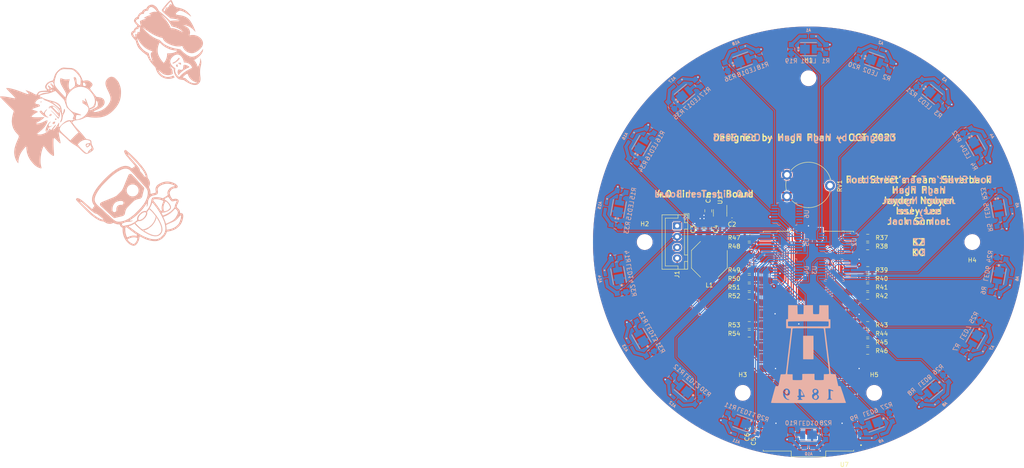
<source format=kicad_pcb>
(kicad_pcb (version 20221018) (generator pcbnew)
  (layers (0 "F.Cu" signal) (31 "B.Cu" signal) (34 "B.Paste" user) (35 "F.Paste" user) (36 "B.SilkS" user "B.Silkscreen") (37 "F.SilkS" user "F.Silkscreen") (38 "B.Mask" user) (39 "F.Mask" user) (44 "Edge.Cuts" user))
  (net 0 "")
  (net 1 "+3V3")
  (net 2 "Net-(U2A-+)")
  (net 3 "Net-(U2B-+)")
  (net 4 "Net-(U2C-+)")
  (net 5 "Net-(U2D-+)")
  (net 6 "+5V")
  (net 7 "GND")
  (net 8 "Net-(U1-BST)")
  (net 9 "Net-(U1-SW)")
  (net 10 "/SDA")
  (net 11 "/SEN2")
  (net 12 "Net-(LED1-Pad2)")
  (net 13 "Net-(LED2-Pad2)")
  (net 14 "Net-(LED3-Pad2)")
  (net 15 "Net-(LED4-Pad2)")
  (net 16 "/SEN1")
  (net 17 "/SEN3")
  (net 18 "/SEN4")
  (net 19 "/VREF")
  (net 20 "/SCL")
  (net 21 "Net-(U4A-+)")
  (net 22 "Net-(U4B-+)")
  (net 23 "Net-(U4C-+)")
  (net 24 "Net-(U4D-+)")
  (net 25 "Net-(U5A-+)")
  (net 26 "Net-(U5B-+)")
  (net 27 "Net-(U5C-+)")
  (net 28 "Net-(U5D-+)")
  (net 29 "Net-(U6A-+)")
  (net 30 "Net-(U6B-+)")
  (net 31 "Net-(LED5-Pad2)")
  (net 32 "Net-(LED6-Pad2)")
  (net 33 "Net-(LED7-Pad2)")
  (net 34 "Net-(LED8-Pad2)")
  (net 35 "Net-(LED9-Pad2)")
  (net 36 "Net-(LED10-Pad2)")
  (net 37 "Net-(LED11-Pad2)")
  (net 38 "Net-(LED12-Pad2)")
  (net 39 "Net-(LED13-Pad2)")
  (net 40 "Net-(LED14-Pad2)")
  (net 41 "Net-(LED15-Pad2)")
  (net 42 "Net-(LED16-Pad2)")
  (net 43 "Net-(LED17-Pad2)")
  (net 44 "Net-(LED18-Pad2)")
  (net 45 "/SEN5")
  (net 46 "/SEN6")
  (net 47 "/SEN7")
  (net 48 "/SEN8")
  (net 49 "/SEN9")
  (net 50 "/SEN10")
  (net 51 "/SEN11")
  (net 52 "/SEN12")
  (net 53 "/SEN13")
  (net 54 "/SEN14")
  (net 55 "/SEN15")
  (net 56 "/SEN16")
  (net 57 "/SEN17")
  (net 58 "/SEN18")
  (net 59 "Net-(U3A-+)")
  (net 60 "Net-(U3B-+)")
  (net 61 "Net-(U3C-+)")
  (net 62 "Net-(U3D-+)")
  (footprint "SC0915:MODULE_SC0915" (layer "F.Cu") (at 150 173 180)
    (fp_text reference "U7")
    (fp_text value "SC0915")
  )
  (footprint "digikey-footprints:0805" (layer "F.Cu") (at 137.25 193.25 -90)
    (fp_text reference "C5")
    (fp_text value "10uF")
  )
  (footprint "digikey-footprints:0805" (layer "F.Cu") (at 136.25 149 180)
    (fp_text reference "R47")
    (fp_text value "10k")
  )
  (footprint "digikey-footprints:0805" (layer "F.Cu") (at 163.75 156.5)
    (fp_text reference "R39")
    (fp_text value "10k")
  )
  (footprint "digikey-footprints:0805" (layer "F.Cu") (at 163.75 162.5)
    (fp_text reference "R42")
    (fp_text value "10k")
  )
  (footprint "Capacitor_SMD:C_0402_1005Metric" (layer "F.Cu") (at 135.75 193.27 -90)
    (fp_text reference "C6")
    (fp_text value "0.1uF")
  )
  (footprint "MountingHole:MountingHole_3.2mm_M3" (layer "F.Cu") (at 165.25 185)
    (fp_text reference "H5")
    (fp_text value "MountingHole")
  )
  (footprint "MountingHole:MountingHole_3.2mm_M3" (layer "F.Cu") (at 150 112)
    (fp_text reference "H1")
    (fp_text value "MountingHole")
  )
  (footprint "Capacitor_SMD:C_0402_1005Metric" (layer "F.Cu") (at 132.25 144.75 180)
    (fp_text reference "C2")
    (fp_text value "0.1uF")
  )
  (footprint "digikey-footprints:0805" (layer "F.Cu") (at 136.25 151 180)
    (fp_text reference "R48")
    (fp_text value "10k")
  )
  (footprint "digikey-footprints:0805" (layer "F.Cu") (at 163.75 149)
    (fp_text reference "R37")
    (fp_text value "10k")
  )
  (footprint "digikey-footprints:0805" (layer "F.Cu") (at 163.75 171.25)
    (fp_text reference "R44")
    (fp_text value "10k")
  )
  (footprint "digikey-footprints:0805" (layer "F.Cu") (at 136.25 156.5 180)
    (fp_text reference "R49")
    (fp_text value "10k")
  )
  (footprint "digikey-footprints:0805" (layer "F.Cu") (at 124.75 146.75 -90)
    (fp_text reference "C3")
    (fp_text value "22uF")
  )
  (footprint "Inductor_SMD:L_Bourns-SRU8043" (layer "F.Cu") (at 127 154 -90)
    (fp_text reference "L1")
    (fp_text value "3.9uH")
  )
  (footprint "digikey-footprints:0805" (layer "F.Cu") (at 126.75 146.75 -90)
    (fp_text reference "C4")
    (fp_text value "22uF")
  )
  (footprint "digikey-footprints:0805" (layer "F.Cu") (at 163.75 151)
    (fp_text reference "R38")
    (fp_text value "10k")
  )
  (footprint "digikey-footprints:0805" (layer "F.Cu") (at 136.25 162.5 180)
    (fp_text reference "R52")
    (fp_text value "10k")
  )
  (footprint "MountingHole:MountingHole_3.2mm_M3" (layer "F.Cu") (at 188 150 180)
    (fp_text reference "H4")
    (fp_text value "MountingHole")
  )
  (footprint "digikey-footprints:0805" (layer "F.Cu") (at 163.75 158.5)
    (fp_text reference "R40")
    (fp_text value "10k")
  )
  (footprint "digikey-footprints:0805" (layer "F.Cu") (at 136.25 169.25 180)
    (fp_text reference "R53")
    (fp_text value "10k")
  )
  (footprint "MountingHole:MountingHole_3.2mm_M3" (layer "F.Cu") (at 112 150)
    (fp_text reference "H2")
    (fp_text value "MountingHole")
  )
  (footprint "digikey-footprints:0805" (layer "F.Cu") (at 163.75 173.25)
    (fp_text reference "R45")
    (fp_text value "10k")
  )
  (footprint "digikey-footprints:0805" (layer "F.Cu") (at 163.75 175.25)
    (fp_text reference "R46")
    (fp_text value "10k")
  )
  (footprint "digikey-footprints:0805" (layer "F.Cu") (at 163.75 160.5)
    (fp_text reference "R41")
    (fp_text value "10k")
  )
  (footprint "digikey-footprints:0805" (layer "F.Cu") (at 163.75 169.25)
    (fp_text reference "R43")
    (fp_text value "10k")
  )
  (footprint "digikey-footprints:0805" (layer "F.Cu") (at 136.25 158.5 180)
    (fp_text reference "R50")
    (fp_text value "10k")
  )
  (footprint "digikey-footprints:0805" (layer "F.Cu") (at 126.75 142.75 90)
    (fp_text reference "C1")
    (fp_text value "10uF")
  )
  (footprint "Package_TO_SOT_SMD:TSOT-23-6" (layer "F.Cu") (at 129.5 143.25 -90)
    (fp_text reference "U1")
    (fp_text value "AP63203WU")
  )
  (footprint "MountingHole:MountingHole_3.2mm_M3" (layer "F.Cu") (at 134.75 185)
    (fp_text reference "H3")
    (fp_text value "MountingHole")
  )
  (footprint "digikey-footprints:0805" (layer "F.Cu") (at 136.25 171.25 180)
    (fp_text reference "R54")
    (fp_text value "10k")
  )
  (footprint "Potentiometer_THT:Potentiometer_Piher_PT-10-V10_Vertical" (layer "F.Cu") (at 145 139.4)
    (fp_text reference "RV1")
    (fp_text value "5k Pot")
  )
  (footprint "digikey-footprints:0805" (layer "F.Cu") (at 136.25 160.5 180)
    (fp_text reference "R51")
    (fp_text value "10k")
  )
  (footprint "Connector_JST:JST_XH_B4B-XH-A_1x04_P2.50mm_Vertical" (layer "F.Cu") (at 119.525 146.25 -90)
    (fp_text reference "J1")
    (fp_text value "Line")
  )
  (footprint "digikey-footprints:TSSOP-14_W4.4mm" (layer "B.Cu") (at 145 143.5 90)
    (fp_text reference "U6")
    (fp_text value "LM339")
  )
  (footprint "digikey-footprints:0805" (layer "B.Cu") (at 109.245363 131.089102 150)
    (fp_text reference "R34")
    (fp_text value "330R")
  )
  (footprint "digikey-footprints:0805" (layer "B.Cu") (at 130.935828 190.683164 70)
    (fp_text reference "R11")
    (fp_text value "12R")
  )
  (footprint "ALS-PT19-315C_L177_TR8:XDCR_ALS-PT19-315C_L177_TR8" (layer "B.Cu") (at 133.668538 194.870323 -20)
    (fp_text reference "A11")
    (fp_text value "ALS-PT19")
  )
  (footprint "digikey-footprints:0805" (layer "B.Cu") (at 161.546631 193.419325 110)
    (fp_text reference "R9")
    (fp_text value "12R")
  )
  (footprint "digikey-footprints:0805" (layer "B.Cu") (at 186.754637 124.160898 30)
    (fp_text reference "R22")
    (fp_text value "330R")
  )
  (footprint "ALS-PT19-315C_L177_TR8:XDCR_ALS-PT19-315C_L177_TR8" (layer "B.Cu") (at 133.668538 105.129677 -160)
    (fp_text reference "A18")
    (fp_text value "ALS-PT19")
  )
  (footprint "JB2835AWT-W-U30GA0000-N0000001:LED_J2835_CRW" (layer "B.Cu") (at 111.245363 172.375 120)
    (fp_text reference "LED13")
    (fp_text value "JB2835AWT-W-U30GA0000-N0000001")
  )
  (footprint "digikey-footprints:0805" (layer "B.Cu") (at 109.245363 168.910898 30)
    (fp_text reference "R13")
    (fp_text value "12R")
  )
  (footprint "digikey-footprints:0805" (layer "B.Cu") (at 181.828923 118.290662 -130)
    (fp_text reference "R3")
    (fp_text value "12R")
  )
  (footprint "digikey-footprints:0805" (layer "B.Cu") (at 190.754637 168.910898 -30)
    (fp_text reference "R25")
    (fp_text value "330R")
  )
  (footprint "JB2835AWT-W-U30GA0000-N0000001:LED_J2835_CRW" (layer "B.Cu") (at 121.235254 115.719511 40)
    (fp_text reference "LED17")
    (fp_text value "JB2835AWT-W-U30GA0000-N0000001")
  )
  (footprint "ALS-PT19-315C_L177_TR8:XDCR_ALS-PT19-315C_L177_TR8" (layer "B.Cu") (at 180.693108 186.578622 40)
    (fp_text reference "A8")
    (fp_text value "ALS-PT19")
  )
  (footprint "digikey-footprints:0805" (layer "B.Cu") (at 124.299432 186.851639 -130)
    (fp_text reference "R30")
    (fp_text value "330R")
  )
  (footprint "digikey-footprints:0805" (layer "B.Cu") (at 175.700568 113.148361 50)
    (fp_text reference "R21")
    (fp_text value "330R")
  )
  (footprint "JB2835AWT-W-U30GA0000-N0000001:LED_J2835_CRW" (layer "B.Cu") (at 134.694599 107.948755 20)
    (fp_text reference "LED18")
    (fp_text value "JB2835AWT-W-U30GA0000-N0000001")
  )
  (footprint "JB2835AWT-W-U30GA0000-N0000001:LED_J2835_CRW" (layer "B.Cu") (at 105.929853 142.229244 80)
    (fp_text reference "LED15")
    (fp_text value "JB2835AWT-W-U30GA0000-N0000001")
  )
  (footprint "ALS-PT19-315C_L177_TR8:XDCR_ALS-PT19-315C_L177_TR8" (layer "B.Cu") (at 197.02457 141.7083 100)
    (fp_text reference "A5")
    (fp_text value "ALS-PT19")
  )
  (footprint "digikey-footprints:0805" (layer "B.Cu") (at 146 105.25 90)
    (fp_text reference "R19")
    (fp_text value "330R")
  )
  (footprint "digikey-footprints:0805" (layer "B.Cu") (at 113.245363 124.160898 -30)
    (fp_text reference "R16")
    (fp_text value "12R")
  )
  (footprint "JB2835AWT-W-U30GA0000-N0000001:LED_J2835_CRW" (layer "B.Cu") (at 188.754637 127.625 -60)
    (fp_text reference "LED4")
    (fp_text value "JB2835AWT-W-U30GA0000-N0000001")
  )
  (footprint "digikey-footprints:0805" (layer "B.Cu") (at 194.76474 146.168475 -170)
    (fp_text reference "R5")
    (fp_text value "12R")
  )
  (footprint "ALS-PT19-315C_L177_TR8:XDCR_ALS-PT19-315C_L177_TR8" (layer "B.Cu") (at 150 102.25 180)
    (fp_text reference "A1")
    (fp_text value "ALS-PT19")
  )
  (footprint "JB2835AWT-W-U30GA0000-N0000001:LED_J2835_CRW" (layer "B.Cu") (at 121.235254 184.280489 140)
    (fp_text reference "LED12")
    (fp_text value "JB2835AWT-W-U30GA0000-N0000001")
  )
  (footprint "digikey-footprints:0805" (layer "B.Cu") (at 169.064172 190.683164 -70)
    (fp_text reference "R27")
    (fp_text value "330R")
  )
  (footprint "digikey-footprints:0805" (layer "B.Cu") (at 118.171077 181.709338 50)
    (fp_text reference "R12")
    (fp_text value "12R")
  )
  (footprint "LOGO" (layer "B.Cu") (at -6.028952 140.991823 -135)
    (fp_text reference "G***" hide)
    (fp_text value "LOGO" hide)
  )
  (footprint "digikey-footprints:0805" (layer "B.Cu") (at 138.453369 193.419325 -110)
    (fp_text reference "R29")
    (fp_text value "330R")
  )
  (footprint "ALS-PT19-315C_L177_TR8:XDCR_ALS-PT19-315C_L177_TR8" (layer "B.Cu") (at 119.306892 113.421378 -140)
    (fp_text reference "A17")
    (fp_text value "ALS-PT19")
  )
  (footprint "JB2835AWT-W-U30GA0000-N0000001:LED_J2835_CRW" (layer "B.Cu") (at 134.694599 192.051245 160)
    (fp_text reference "LED11")
    (fp_text value "JB2835AWT-W-U30GA0000-N0000001")
  )
  (footprint "digikey-footprints:0805" (layer "B.Cu") (at 194.76474 153.831525 -10)
    (fp_text reference "R24")
    (fp_text value "330R")
  )
  (footprint "digikey-footprints:0805" (layer "B.Cu") (at 124.299432 113.148361 -50)
    (fp_text reference "R17")
    (fp_text value "12R")
  )
  (footprint "ALS-PT19-315C_L177_TR8:XDCR_ALS-PT19-315C_L177_TR8" (layer "B.Cu") (at 191.352713 126.125 120)
    (fp_text reference "A4")
    (fp_text value "ALS-PT19")
  )
  (footprint "JB2835AWT-W-U30GA0000-N0000001:LED_J2835_CRW" (layer "B.Cu") (at 188.754637 172.375 -120)
    (fp_text reference "LED7")
    (fp_text value "JB2835AWT-W-U30GA0000-N0000001")
  )
  (footprint "digikey-footprints:0805" (layer "B.Cu") (at 161.546631 106.580675 70)
    (fp_text reference "R20")
    (fp_text value "330R")
  )
  (footprint "ALS-PT19-315C_L177_TR8:XDCR_ALS-PT19-315C_L177_TR8" (layer "B.Cu") (at 119.306892 186.578622 -40)
    (fp_text reference "A12")
    (fp_text value "ALS-PT19")
  )
  (footprint "digikey-footprints:0805" (layer "B.Cu") (at 181.828923 181.709338 -50)
    (fp_text reference "R26")
    (fp_text value "330R")
  )
  (footprint "JB2835AWT-W-U30GA0000-N0000001:LED_J2835_CRW" (layer "B.Cu") (at 194.070147 142.229244 -80)
    (fp_text reference "LED5")
    (fp_text value "JB2835AWT-W-U30GA0000-N0000001")
  )
  (footprint "digikey-footprints:0805" (layer "B.Cu") (at 105.23526 153.831525 10)
    (fp_text reference "R14")
    (fp_text value "12R")
  )
  (footprint "JB2835AWT-W-U30GA0000-N0000001:LED_J2835_CRW" (layer "B.Cu") (at 178.764746 115.719511 -40)
    (fp_text reference "LED3")
    (fp_text value "JB2835AWT-W-U30GA0000-N0000001")
  )
  (footprint "ALS-PT19-315C_L177_TR8:XDCR_ALS-PT19-315C_L177_TR8" (layer "B.Cu") (at 166.331462 194.870323 20)
    (fp_text reference "A9")
    (fp_text value "ALS-PT19")
  )
  (footprint "digikey-footprints:0805" (layer "B.Cu") (at 106.624446 161.709987 -170)
    (fp_text reference "R32")
    (fp_text value "330R")
  )
  (footprint "JB2835AWT-W-U30GA0000-N0000001:LED_J2835_CRW" (layer "B.Cu") (at 105.929853 157.770756 100)
    (fp_text reference "LED14")
    (fp_text value "JB2835AWT-W-U30GA0000-N0000001")
  )
  (footprint "digikey-footprints:0805" (layer "B.Cu") (at 190.754637 131.089102 -150)
    (fp_text reference "R4")
    (fp_text value "12R")
  )
  (footprint "LOGO" (layer "B.Cu") (at -24.5 120 -45)
    (fp_text reference "G***" hide)
    (fp_text value "LOGO" hide)
  )
  (footprint "digikey-footprints:0805" (layer "B.Cu") (at 146 194.75 90)
    (fp_text reference "R10")
    (fp_text value "12R")
  )
  (footprint "digikey-footprints:0805" (layer "B.Cu") (at 193.375554 138.290013 10)
    (fp_text reference "R23")
    (fp_text value "330R")
  )
  (footprint "digikey-footprints:0805" (layer "B.Cu") (at 169.064172 109.316836 -110)
    (fp_text reference "R2")
    (fp_text value "12R")
  )
  (footprint "LOGO" (layer "B.Cu") (at 149.692102 175.651022 180)
    (fp_text reference "G***" hide)
    (fp_text value "LOGO" hide)
  )
  (footprint "digikey-footprints:0805" (layer "B.Cu") (at 113.245363 175.839102 -150)
    (fp_text reference "R31")
    (fp_text value "330R")
  )
  (footprint "ALS-PT19-315C_L177_TR8:XDCR_ALS-PT19-315C_L177_TR8" (layer "B.Cu") (at 150 197.75)
    (fp_text reference "A10")
    (fp_text value "ALS-PT19")
  )
  (footprint "ALS-PT19-315C_L177_TR8:XDCR_ALS-PT19-315C_L177_TR8" (layer "B.Cu") (at 102.97543 141.7083 -100)
    (fp_text reference "A15")
    (fp_text value "ALS-PT19")
  )
  (footprint "JB2835AWT-W-U30GA0000-N0000001:LED_J2835_CRW" (layer "B.Cu") (at 165.305401 107.948755 -20)
    (fp_text reference "LED2")
    (fp_text value "JB2835AWT-W-U30GA0000-N0000001")
  )
  (footprint "JB2835AWT-W-U30GA0000-N0000001:LED_J2835_CRW" (layer "B.Cu") (at 111.245363 127.625 60)
    (fp_text reference "LED16")
    (fp_text value "JB2835AWT-W-U30GA0000-N0000001")
  )
  (footprint "digikey-footprints:0805" (layer "B.Cu") (at 186.754637 175.839102 150)
    (fp_text reference "R7")
    (fp_text value "12R")
  )
  (footprint "ALS-PT19-315C_L177_TR8:XDCR_ALS-PT19-315C_L177_TR8" (layer "B.Cu") (at 102.97543 158.2917 -80)
    (fp_text reference "A14")
    (fp_text value "ALS-PT19")
  )
  (footprint "LOGO" (layer "B.Cu") (at 2.75 104 45)
    (fp_text reference "G***" hide)
    (fp_text value "LOGO" hide)
  )
  (footprint "JB2835AWT-W-U30GA0000-N0000001:LED_J2835_CRW" (layer "B.Cu") (at 165.305401 192.051245 -160)
    (fp_text reference "LED9")
    (fp_text value "JB2835AWT-W-U30GA0000-N0000001")
  )
  (footprint "digikey-footprints:0805" (layer "B.Cu") (at 118.171077 118.290662 130)
    (fp_text reference "R35")
    (fp_text value "330R")
  )
  (footprint "digikey-footprints:0805" (layer "B.Cu") (at 130.935828 109.316836 110)
    (fp_text reference "R36")
    (fp_text value "330R")
  )
  (footprint "ALS-PT19-315C_L177_TR8:XDCR_ALS-PT19-315C_L177_TR8" (layer "B.Cu") (at 108.647287 126.125 -120)
    (fp_text reference "A16")
    (fp_text value "ALS-PT19")
  )
  (footprint "ALS-PT19-315C_L177_TR8:XDCR_ALS-PT19-315C_L177_TR8" (layer "B.Cu") (at 197.02457 158.2917 80)
    (fp_text reference "A6")
    (fp_text value "ALS-PT19")
  )
  (footprint "ALS-PT19-315C_L177_TR8:XDCR_ALS-PT19-315C_L177_TR8" (layer "B.Cu") (at 191.352713 173.875 60)
    (fp_text reference "A7")
    (fp_text value "ALS-PT19")
  )
  (footprint "digikey-footprints:0805" (layer "B.Cu") (at 154 105.25 -90)
    (fp_text reference "R1")
    (fp_text value "12R")
  )
  (footprint "digikey-footprints:TSSOP-14_W4.4mm" (layer "B.Cu") (at 145 156.5 90)
    (fp_text reference "U4")
    (fp_text value "LM339")
  )
  (footprint "digikey-footprints:0805" (layer "B.Cu") (at 138.453369 106.580675 -70)
    (fp_text reference "R18")
    (fp_text value "12R")
  )
  (footprint "ALS-PT19-315C_L177_TR8:XDCR_ALS-PT19-315C_L177_TR8" (layer "B.Cu") (at 180.693108 113.421378 140)
    (fp_text reference "A3")
    (fp_text value "ALS-PT19")
  )
  (footprint "digikey-footprints:0805" (layer "B.Cu") (at 154 194.75 -90)
    (fp_text reference "R28")
    (fp_text value "330R")
  )
  (footprint "digikey-footprints:0805" (layer "B.Cu") (at 175.700568 186.851639 130)
    (fp_text reference "R8")
    (fp_text value "12R")
  )
  (footprint "JB2835AWT-W-U30GA0000-N0000001:LED_J2835_CRW" (layer "B.Cu") (at 150 194.75 180)
    (fp_text reference "LED10")
    (fp_text value "JB2835AWT-W-U30GA0000-N0000001")
  )
  (footprint "ALS-PT19-315C_L177_TR8:XDCR_ALS-PT19-315C_L177_TR8" (layer "B.Cu") (at 166.331462 105.129677 160)
    (fp_text reference "A2")
    (fp_text value "ALS-PT19")
  )
  (footprint "digikey-footprints:TSSOP-14_W4.4mm" (layer "B.Cu") (at 156 150 90)
    (fp_text reference "U2")
    (fp_text value "LM339")
  )
  (footprint "digikey-footprints:0805" (layer "B.Cu") (at 105.23526 146.168475 170)
    (fp_text reference "R33")
    (fp_text value "330R")
  )
  (footprint "digikey-footprints:0805" (layer "B.Cu") (at 193.375554 161.709987 170)
    (fp_text reference "R6")
    (fp_text value "12R")
  )
  (footprint "JB2835AWT-W-U30GA0000-N0000001:LED_J2835_CRW" (layer "B.Cu") (at 194.070147 157.770756 -100)
    (fp_text reference "LED6")
    (fp_text value "JB2835AWT-W-U30GA0000-N0000001")
  )
  (footprint "digikey-footprints:TSSOP-14_W4.4mm" (layer "B.Cu") (at 156 156.5 -90)
    (fp_text reference "U3")
    (fp_text value "LM339")
  )
  (footprint "ALS-PT19-315C_L177_TR8:XDCR_ALS-PT19-315C_L177_TR8" (layer "B.Cu") (at 108.647287 173.875 -60)
    (fp_text reference "A13")
    (fp_text value "ALS-PT19")
  )
  (footprint "JB2835AWT-W-U30GA0000-N0000001:LED_J2835_CRW" (layer "B.Cu") (at 178.764746 184.280489 -140)
    (fp_text reference "LED8")
    (fp_text value "JB2835AWT-W-U30GA0000-N0000001")
  )
  (footprint "digikey-footprints:0805" (layer "B.Cu") (at 106.624446 138.290013 -10)
    (fp_text reference "R15")
    (fp_text value "12R")
  )
  (footprint "JB2835AWT-W-U30GA0000-N0000001:LED_J2835_CRW" (layer "B.Cu") (at 150 105.25)
    (fp_text reference "LED1")
    (fp_text value "JB2835AWT-W-U30GA0000-N0000001")
  )
  (footprint "digikey-footprints:TSSOP-14_W4.4mm" (layer "B.Cu") (at 145 150 90)
    (fp_text reference "U5")
    (fp_text value "LM339")
  )
  (gr_circle locked (center 150 150) (end 200 150) (stroke (width 0.01)) (fill none) (layer "Edge.Cuts"))
  (gr_text "Fort Street's Team Silverback\nHugh Phan\nJayden Nguyen\nIssey Lee\nJack Sumner\n\nKZ\nKC" (at 175.75 144) (layer "B.SilkS") (effects (font (size 1.5 1.5) (thickness 0.3) bold) (justify mirror)))
  (gr_text "4.0 Line Test Board" (at 137 139.75) (layer "B.SilkS") (effects (font (size 1.5 1.5) (thickness 0.3) bold) (justify left bottom mirror)))
  (gr_text "Designed by Hugh Phan - OCT 2023" (at 170.442102 126.651022) (layer "B.SilkS") (effects (font (size 1.5 1.5) (thickness 0.3) bold) (justify left bottom mirror)))
  (gr_text "Designed by Hugh Phan - OCT 2023" (at 127.692102 126.651022) (layer "F.SilkS") (effects (font (size 1.5 1.5) (thickness 0.3) bold) (justify left bottom)))
  (gr_text "Fort Street's Team Silverback\nHugh Phan\nJayden Nguyen\nIssey Lee\nJack Sumner\n\nKZ\nKC" (at 175.5 144) (layer "F.SilkS") (effects (font (size 1.5 1.5) (thickness 0.3) bold)))
  (gr_text "4.0 Line Test Board" (at 114.5 139.75) (layer "F.SilkS") (effects (font (size 1.5 1.5) (thickness 0.3) bold) (justify left bottom)))
  (segment (start 126.75 147.8) (end 124.75 147.8) (width 0.75) (layer "F.Cu") (net 1))
  (via (at 195.963754 146.921712) (size 0.6) (drill 0.3) (layers "F.Cu" "B.Cu") (net 1))
  (via (at 136.75 152.25) (size 0.6) (drill 0.3) (layers "F.Cu" "B.Cu") (net 1))
  (via (at 107.861037 168.613174) (size 0.6) (drill 0.3) (layers "F.Cu" "B.Cu") (net 1))
  (via (at 161.75 155.25) (size 0.6) (drill 0.3) (layers "F.Cu" "B.Cu") (net 1))
  (via (at 175.647753 188.266634) (size 0.6) (drill 0.3) (layers "F.Cu" "B.Cu") (net 1))
  (via (at 192.138963 131.386826) (size 0.6) (drill 0.3) (layers "F.Cu" "B.Cu") (net 1))
  (via (at 124.352247 111.733366) (size 0.6) (drill 0.3) (layers "F.Cu" "B.Cu") (net 1))
  (via (at 183.231593 118.096963) (size 0.6) (drill 0.3) (layers "F.Cu" "B.Cu") (net 1))
  (via (at 145.05 195.8) (size 0.6) (drill 0.3) (layers "F.Cu" "B.Cu") (net 1))
  (via (at 142 160.25) (size 0.6) (drill 0.3) (layers "F.Cu" "B.Cu") (net 1))
  (via (at 152 150.65) (size 0.6) (drill 0.3) (layers "F.Cu" "B.Cu") (net 1))
  (via (at 104.036246 153.078288) (size 0.6) (drill 0.3) (layers "F.Cu" "B.Cu") (net 1))
  (via (at 116.768407 181.903037) (size 0.6) (drill 0.3) (layers "F.Cu" "B.Cu") (net 1))
  (via (at 187.188963 177.186826) (size 0.6) (drill 0.3) (layers "F.Cu" "B.Cu") (net 1))
  (via (at 194.244637 162.827885) (size 0.6) (drill 0.3) (layers "F.Cu" "B.Cu") (net 1))
  (via (at 112.811037 122.813174) (size 0.6) (drill 0.3) (layers "F.Cu" "B.Cu") (net 1))
  (via (at 129.683999 191.344922) (size 0.6) (drill 0.3) (layers "F.Cu" "B.Cu") (net 1))
  (via (at 105.755363 137.172115) (size 0.6) (drill 0.3) (layers "F.Cu" "B.Cu") (net 1))
  (via (at 143.383411 157.266589) (size 0.6) (drill 0.3) (layers "F.Cu" "B.Cu") (net 1))
  (via (at 138.986956 105.269078) (size 0.6) (drill 0.3) (layers "F.Cu" "B.Cu") (net 1))
  (via (at 162 195.5) (size 0.6) (drill 0.3) (layers "F.Cu" "B.Cu") (net 1))
  (via (at 170.316001 108.655078) (size 0.6) (drill 0.3) (layers "F.Cu" "B.Cu") (net 1))
  (via (at 154.95 104.2) (size 0.6) (drill 0.3) (layers "F.Cu" "B.Cu") (net 1))
  (via (at 141.1 144.15) (size 0.6) (drill 0.3) (layers "F.Cu" "B.Cu") (net 1))
  (segment (start 191.727713 126.774519) (end 192.377713 127.900352) (width 0.75) (layer "B.Cu") (net 1))
  (segment (start 197.154806 142.446905) (end 197.380549 143.727155) (width 0.75) (layer "B.Cu") (net 1))
  (segment (start 102.619451 156.272845) (end 104.201212 154.013856) (width 0.75) (layer "B.Cu") (net 1))
  (segment (start 108.272287 173.225481) (end 107.622287 172.099648) (width 0.75) (layer "B.Cu") (net 1))
  (segment (start 175.647753 188.266634) (end 176.375495 187.655986) (width 0.75) (layer "B.Cu") (net 1))
  (segment (start 170.316001 108.655078) (end 169.423293 108.330159) (width 0.75) (layer "B.Cu") (net 1))
  (segment (start 134.373308 104.873162) (end 135.594908 104.428536) (width 0.75) (layer "B.Cu") (net 1))
  (segment (start 116.768407 181.903037) (end 117.496149 182.513685) (width 0.75) (layer "B.Cu") (net 1))
  (segment (start 152.05 102.25) (end 154 104.2) (width 0.75) (layer "B.Cu") (net 1))
  (segment (start 149.25 197.75) (end 147.95 197.75) (width 0.75) (layer "B.Cu") (net 1))
  (segment (start 131.742168 194.169181) (end 130.576707 191.669841) (width 0.75) (layer "B.Cu") (net 1))
  (segment (start 112.811037 122.813174) (end 112.336037 123.635898) (width 0.75) (layer "B.Cu") (net 1))
  (segment (start 138.35 150.65) (end 136.75 152.25) (width 0.25) (layer "B.Cu") (net 1))
  (segment (start 120.877283 112.103663) (end 123.624506 112.344014) (width 0.75) (layer "B.Cu") (net 1))
  (segment (start 141.1 157.475) (end 141.1 159.35) (width 0.25) (layer "B.Cu") (net 1))
  (segment (start 183.231593 118.096963) (end 182.503851 117.486315) (width 0.75) (layer "B.Cu") (net 1))
  (segment (start 158.875 155.85) (end 161.15 155.85) (width 0.25) (layer "B.Cu") (net 1))
  (segment (start 104.036246 153.078288) (end 104.201212 154.013855) (width 0.75) (layer "B.Cu") (net 1))
  (segment (start 161.905752 194.406002) (end 161.905752 195.405752) (width 0.75) (layer "B.Cu") (net 1))
  (segment (start 161.905752 195.405752) (end 162 195.5) (width 0.75) (layer "B.Cu") (net 1))
  (segment (start 154.95 104.2) (end 154 104.2) (width 0.75) (layer "B.Cu") (net 1))
  (segment (start 192.377713 127.900352) (end 191.663963 130.564102) (width 0.75) (layer "B.Cu") (net 1))
  (segment (start 102.845194 157.553095) (end 102.619451 156.272845) (width 0.75) (layer "B.Cu") (net 1))
  (segment (start 109.672287 124.349648) (end 112.336037 123.635898) (width 0.75) (layer "B.Cu") (net 1))
  (segment (start 181.267642 113.903469) (end 182.2635 114.739093) (width 0.75) (layer "B.Cu") (net 1))
  (segment (start 129.683999 191.344922) (end 130.576707 191.669841) (width 0.75) (layer "B.Cu") (net 1))
  (segment (start 141.425 157.15) (end 141.1 157.475) (width 0.25) (layer "B.Cu") (net 1))
  (segment (start 147.95 197.75) (end 146 195.8) (width 0.75) (layer "B.Cu") (net 1))
  (segment (start 107.622287 172.099648) (end 108.336037 169.435898) (width 0.75) (layer "B.Cu") (net 1))
  (segment (start 103.331409 139.689444) (end 105.590398 138.107683) (width 0.75) (layer "B.Cu") (net 1))
  (segment (start 187.188963 177.186826) (end 187.663963 176.364102) (width 0.75) (layer "B.Cu") (net 1))
  (segment (start 142.125 157.15) (end 141.425 157.15) (width 0.25) (layer "B.Cu") (net 1))
  (segment (start 145.05 195.8) (end 146 195.8) (width 0.75) (layer "B.Cu") (net 1))
  (segment (start 109.022287 125.475481) (end 109.672287 124.349648) (width 0.75) (layer "B.Cu") (net 1))
  (segment (start 141.1 144.15) (end 142.125 144.15) (width 0.25) (layer "B.Cu") (net 1))
  (segment (start 107.861037 168.613174) (end 108.336037 169.435898) (width 0.75) (layer "B.Cu") (net 1))
  (segment (start 161.15 155.85) (end 161.75 155.25) (width 0.25) (layer "B.Cu") (net 1))
  (segment (start 143.266822 157.15) (end 142.125 157.15) (width 0.25) (layer "B.Cu") (net 1))
  (segment (start 135.594908 104.428536) (end 138.094248 105.593997) (width 0.75) (layer "B.Cu") (net 1))
  (segment (start 195.963754 146.921712) (end 195.798788 145.986145) (width 0.75) (layer "B.Cu") (net 1))
  (segment (start 124.352247 111.733366) (end 123.624505 112.344014) (width 0.75) (layer "B.Cu") (net 1))
  (segment (start 138.986956 105.269078) (end 138.094248 105.593997) (width 0.75) (layer "B.Cu") (net 1))
  (segment (start 196.894334 159.030306) (end 196.668591 160.310556) (width 0.75) (layer "B.Cu") (net 1))
  (segment (start 141.1 159.35) (end 142 160.25) (width 0.25) (layer "B.Cu") (net 1))
  (segment (start 150.75 102.25) (end 152.05 102.25) (width 0.75) (layer "B.Cu") (net 1))
  (segment (start 118.732358 186.096531) (end 117.7365 185.260907) (width 0.75) (layer "B.Cu") (net 1))
  (segment (start 196.668591 160.310556) (end 194.409602 161.892317) (width 0.75) (layer "B.Cu") (net 1))
  (segment (start 132.963769 194.613808) (end 131.742169 194.169182) (width 0.75) (layer "B.Cu") (net 1))
  (segment (start 165.253531 195.5) (end 165.626692 195.126838) (width 0.75) (layer "B.Cu") (net 1))
  (segment (start 105.755363 137.172115) (end 105.590397 138.107682) (width 0.75) (layer "B.Cu") (net 1))
  (segment (start 152 150.65) (end 153.125 150.65) (width 0.25) (layer "B.Cu") (net 1))
  (segment (start 194.244637 162.827885) (end 194.409603 161.892318) (width 0.75) (layer "B.Cu") (net 1))
  (segment (start 190.327713 175.650352) (end 187.663963 176.364102) (width 0.75) (layer "B.Cu") (net 1))
  (segment (start 103.105666 140.969694) (end 103.331409 139.689444) (width 0.75) (layer "B.Cu") (net 1))
  (segment (start 117.736501 185.260908) (end 117.49615 182.513685) (width 0.75) (layer "B.Cu") (net 1))
  (segment (start 162 195.5) (end 165.253531 195.5) (width 0.75) (layer "B.Cu") (net 1))
  (segment (start 167.036231 105.386192) (end 168.257831 105.830818) (width 0.75) (layer "B.Cu") (net 1))
  (segment (start 197.380549 143.727155) (end 195.798788 145.986144) (width 0.75) (layer "B.Cu") (net 1))
  (segment (start 119.881425 112.939287) (end 120.877283 112.103663) (width 0.75) (layer "B.Cu") (net 1))
  (segment (start 192.138963 131.386826) (end 191.663963 130.564102) (width 0.75) (layer "B.Cu") (net 1))
  (segment (start 168.257832 105.830819) (end 169.423293 108.330159) (width 0.75) (layer "B.Cu") (net 1))
  (segment (start 143.383411 157.266589) (end 143.266822 157.15) (width 0.25) (layer "B.Cu") (net 1))
  (segment (start 180.118575 187.060713) (end 179.122717 187.896337) (width 0.75) (layer "B.Cu") (net 1))
  (segment (start 179.122717 187.896337) (end 176.375494 187.655986) (width 0.75) (layer "B.Cu") (net 1))
  (segment (start 142.125 150.65) (end 138.35 150.65) (width 0.25) (layer "B.Cu") (net 1))
  (segment (start 182.263499 114.739092) (end 182.50385 117.486315) (width 0.75) (layer "B.Cu") (net 1))
  (segment (start 190.977713 174.524519) (end 190.327713 175.650352) (width 0.75) (layer "B.Cu") (net 1))
  (segment (start 146.925 105.675) (end 146.925 105.125) (width 0.25) (layer "B.Cu") (net 2))
  (segment (start 152.25 149.35) (end 152.1 149.2) (width 0.25) (layer "B.Cu") (net 2))
  (segment (start 152.1 149.2) (end 152.1 147.55) (width 0.25) (layer "B.Cu") (net 2))
  (segment (start 146.925 105.125) (end 146 104.2) (width 0.25) (layer "B.Cu") (net 2))
  (segment (start 149.25 102.25) (end 147.95 102.25) (width 0.75) (layer "B.Cu") (net 2))
  (segment (start 147.95 102.25) (end 146 104.2) (width 0.75) (layer "B.Cu") (net 2))
  (segment (start 152.5 111.25) (end 146.925 105.675) (width 0.25) (layer "B.Cu") (net 2))
  (segment (start 153.125 149.35) (end 152.25 149.35) (width 0.25) (layer "B.Cu") (net 2))
  (segment (start 152.5 147.15) (end 152.5 111.25) (width 0.25) (layer "B.Cu") (net 2))
  (segment (start 152.1 147.55) (end 152.5 147.15) (width 0.25) (layer "B.Cu") (net 2))
  (segment (start 164.405092 104.428536) (end 161.905752 105.593997) (width 0.75) (layer "B.Cu") (net 3))
  (segment (start 165.626692 104.873162) (end 164.405092 104.428536) (width 0.75) (layer "B.Cu") (net 3))
  (segment (start 153.125 114.04261) (end 161.573612 105.593998) (width 0.25) (layer "B.Cu") (net 3))
  (segment (start 153.125 148.05) (end 153.125 114.04261) (width 0.25) (layer "B.Cu") (net 3))
  (segment (start 180.118575 112.939287) (end 179.122717 112.103663) (width 0.75) (layer "B.Cu") (net 4))
  (segment (start 179.122717 112.103663) (end 176.375494 112.344014) (width 0.75) (layer "B.Cu") (net 4))
  (segment (start 157.25 130.349475) (end 175.255461 112.344014) (width 0.25) (layer "B.Cu") (net 4))
  (segment (start 158 150) (end 157.25 149.25) (width 0.25) (layer "B.Cu") (net 4))
  (segment (start 157.25 149.25) (end 157.25 130.349475) (width 0.25) (layer "B.Cu") (net 4))
  (segment (start 158.875 150) (end 158 150) (width 0.25) (layer "B.Cu") (net 4))
  (segment (start 175.255461 112.344014) (end 176.375495 112.344014) (width 0.25) (layer "B.Cu") (net 4))
  (segment (start 158.875 148.7) (end 161.3 148.7) (width 0.25) (layer "B.Cu") (net 5))
  (segment (start 185.491075 123.541283) (end 187.569349 123.541283) (width 0.25) (layer "B.Cu") (net 5))
  (segment (start 161.3 147.732358) (end 185.491075 123.541283) (width 0.25) (layer "B.Cu") (net 5))
  (segment (start 161.3 148.7) (end 161.3 147.732358) (width 0.25) (layer "B.Cu") (net 5))
  (segment (start 190.977713 125.475481) (end 190.327713 124.349648) (width 0.75) (layer "B.Cu") (net 5))
  (segment (start 190.327713 124.349648) (end 187.663963 123.635898) (width 0.75) (layer "B.Cu") (net 5))
  (segment (start 119.525 146.25) (end 124.075 141.7) (width 0.25) (layer "F.Cu") (net 6))
  (segment (start 124.075 141.7) (end 126.75 141.7) (width 0.25) (layer "F.Cu") (net 6))
  (segment (start 126.75 141.7) (end 128.1375 141.7) (width 0.75) (layer "F.Cu") (net 6))
  (segment (start 129.5 142.1125) (end 128.55 142.1125) (width 0.75) (layer "F.Cu") (net 6))
  (segment (start 128.1375 141.7) (end 128.55 142.1125) (width 0.75) (layer "F.Cu") (net 6))
  (segment (start 125.75 144.7) (end 125.45 145) (width 0.75) (layer "F.Cu") (net 7))
  (segment (start 126 144.55) (end 126.75 143.8) (width 0.75) (layer "F.Cu") (net 7))
  (segment (start 126.75 143.8) (end 125.75 143.8) (width 0.75) (layer "F.Cu") (net 7))
  (segment (start 142.35 179.35) (end 140.31 179.35) (width 0.25) (layer "F.Cu") (net 7))
  (segment (start 143 159.75) (end 142.239999 158.989999) (width 0.25) (layer "F.Cu") (net 7))
  (segment (start 161.75 166.75) (end 161.65 166.65) (width 0.25) (layer "F.Cu") (net 7))
  (segment (start 125.75 144.55) (end 126.75 145.55) (width 0.75) (layer "F.Cu") (net 7))
  (segment (start 124.8745 144.55) (end 124.75 144.6745) (width 0.75) (layer "F.Cu") (net 7))
  (segment (start 126.75 145.7) (end 126.05 145) (width 0.75) (layer "F.Cu") (net 7))
  (segment (start 161.7 153.95) (end 161.75 154) (width 0.25) (layer "F.Cu") (net 7))
  (segment (start 126.05 145) (end 125.45 145) (width 0.75) (layer "F.Cu") (net 7))
  (segment (start 124.75 145.7) (end 126.75 145.7) (width 0.75) (layer "F.Cu") (net 7))
  (segment (start 127.3375 144.3875) (end 126.75 143.8) (width 0.75) (layer "F.Cu") (net 7))
  (segment (start 126.75 143.8) (end 126.75 145.7) (width 0.75) (layer "F.Cu") (net 7))
  (segment (start 152.725 198.475) (end 152.725 197) (width 0.25) (layer "F.Cu") (net 7))
  (segment (start 161.75 179.35) (end 159.69 179.35) (width 0.25) (layer "F.Cu") (net 7))
  (segment (start 140.16 192.2) (end 140.31 192.05) (width 0.25) (layer "F.Cu") (net 7))
  (segment (start 148.62 192.925) (end 151.38 192.925) (width 0.25) (layer "F.Cu") (net 7))
  (segment (start 126.75 145.225) (end 126.75 145.7) (width 0.75) (layer "F.Cu") (net 7))
  (segment (start 125.75 144.55) (end 126 144.55) (width 0.75) (layer "F.Cu") (net 7))
  (segment (start 136.66 192.79) (end 137.25 192.2) (width 0.25) (layer "F.Cu") (net 7))
  (segment (start 142.239999 155.879999) (end 140.31 153.95) (width 0.25) (layer "F.Cu") (net 7))
  (segment (start 142.25 166.65) (end 140.31 166.65) (width 0.25) (layer "F.Cu") (net 7))
  (segment (start 149.25 157.75) (end 147.200997 159.799003) (width 0.25) (layer "F.Cu") (net 7))
  (segment (start 161.65 166.65) (end 159.69 166.65) (width 0.25) (layer "F.Cu") (net 7))
  (segment (start 124.8745 144.55) (end 125 144.55) (width 0.75) (layer "F.Cu") (net 7))
  (segment (start 125.75 143.8) (end 125.75 144.55) (width 0.75) (layer "F.Cu") (net 7))
  (segment (start 125.45 145) (end 124.75 145.7) (width 0.75) (layer "F.Cu") (net 7))
  (segment (start 150 148.3) (end 150 146.25) (width 0.25) (layer "F.Cu") (net 7))
  (segment (start 147.275 197) (end 147.275 194.27) (width 0.25) (layer "F.Cu") (net 7))
  (segment (start 135.75 192.79) (end 136.66 192.79) (width 0.25) (layer "F.Cu") (net 7))
  (segment (start 124.75 144.6745) (end 124.75 145.7) (width 0.75) (layer "F.Cu") (net 7))
  (segment (start 147.575 193.97) (end 148.62 192.925) (width 0.25) (layer "F.Cu") (net 7))
  (segment (start 137.25 192.2) (end 140.16 192.2) (width 0.25) (layer "F.Cu") (net 7))
  (segment (start 157.8 192.05) (end 159.69 192.05) (width 0.25) (layer "F.Cu") (net 7))
  (segment (start 159.69 153.95) (end 161.7 153.95) (width 0.25) (layer "F.Cu") (net 7))
  (segment (start 125.75 144.55) (end 125.75 144.7) (width 0.75) (layer "F.Cu") (net 7))
  (segment (start 138.022854 154.227853) (end 138.300707 153.95) (width 0.25) (layer "F.Cu") (net 7))
  (segment (start 147.200997 159.799003) (end 147.200997 168.450997) (width 0.25) (layer "F.Cu") (net 7))
  (segment (start 149 150.6755) (end 149 150) (width 0.25) (layer "F.Cu") (net 7))
  (segment (start 142.239999 158.989999) (end 142.239999 155.879999) (width 0.25) (layer "F.Cu") (net 7))
  (segment (start 125 144.55) (end 125.75 143.8) (width 0.75) (layer "F.Cu") (net 7))
  (segment (start 123.6255 145.7) (end 124.75 145.7) (width 0.75) (layer "F.Cu") (net 7))
  (segment (start 149 150) (end 150 149) (width 0.25) (layer "F.Cu") (net 7))
  (segment (start 138.300707 153.95) (end 140.31 153.95) (width 0.25) (layer "F.Cu") (net 7))
  (segment (start 151.38 192.925) (end 152.425 193.97) (width 0.25) (layer "F.Cu") (net 7))
  (segment (start 128.55 144.3875) (end 127.3375 144.3875) (width 0.75) (layer "F.Cu") (net 7))
  (segment (start 128.55 144.3875) (end 127.5875 144.3875) (width 0.75) (layer "F.Cu") (net 7))
  (segment (start 127.5875 144.3875) (end 126.75 145.225) (width 0.75) (layer "F.Cu") (net 7))
  (segment (start 142.45 192.05) (end 140.31 192.05) (width 0.25) (layer "F.Cu") (net 7))
  (segment (start 147.200997 168.450997) (end 147.75 169) (width 0.25) (layer "F.Cu") (net 7))
  (segment (start 152.425 193.97) (end 152.425 196.7) (width 0.25) (layer "F.Cu") (net 7))
  (via (at 161.75 179.35) (size 0.6) (drill 0.3) (layers "F.Cu" "B.Cu") (net 7))
  (via (at 161.75 166.75) (size 0.6) (drill 0.3) (layers "F.Cu" "B.Cu") (net 7))
  (via (at 142.25 166.65) (size 0.6) (drill 0.3) (layers "F.Cu" "B.Cu") (net 7))
  (via (at 150 146.25) (size 0.6) (drill 0.3) (layers "F.Cu" "B.Cu") (net 7))
  (via (at 143 159.75) (size 0.6) (drill 0.3) (layers "F.Cu" "B.Cu") (net 7))
  (via (at 125.75 143.8) (size 0.6) (drill 0.3) (layers "F.Cu" "B.Cu") (net 7))
  (via (at 124.8745 144.55) (size 0.6) (drill 0.3) (layers "F.Cu" "B.Cu") (net 7))
  (via (at 157.8 192.05) (size 0.6) (drill 0.3) (layers "F.Cu" "B.Cu") (net 7))
  (via (at 149 150.6755) (size 0.6) (drill 0.3) (layers "F.Cu" "B.Cu") (net 7))
  (via (at 142.35 179.35) (size 0.6) (drill 0.3) (layers "F.Cu" "B.Cu") (net 7))
  (via (at 149.25 157.75) (size 0.6) (drill 0.3) (layers "F.Cu" "B.Cu") (net 7))
  (via (at 142.45 192.05) (size 0.6) (drill 0.3) (layers "F.Cu" "B.Cu") (net 7))
  (via (at 138.022854 154.227853) (size 0.6) (drill 0.3) (layers "F.Cu" "B.Cu") (net 7))
  (via (at 123.6255 145.7) (size 0.6) (drill 0.3) (layers "F.Cu" "B.Cu") (net 7))
  (via (at 161.75 154) (size 0.6) (drill 0.3) (layers "F.Cu" "B.Cu") (net 7))
  (via (at 147.75 169) (size 0.6) (drill 0.3) (layers "F.Cu" "B.Cu") (net 7))
  (via (at 125.75 144.55) (size 0.6) (drill 0.3) (layers "F.Cu" "B.Cu") (net 7))
  (via (at 152.725 198.475) (size 0.6) (drill 0.3) (layers "F.Cu" "B.Cu") (net 7))
  (segment (start 149.25 157.75) (end 148.65 157.15) (width 0.25) (layer "B.Cu") (net 7))
  (segment (start 149 150.6755) (end 147.9005 150.6755) (width 0.25) (layer "B.Cu") (net 7))
  (segment (start 148.65 157.15) (end 147.875 157.15) (width 0.25) (layer "B.Cu") (net 7))
  (segment (start 131.77 144.75) (end 131.4075 144.3875) (width 0.75) (layer "F.Cu") (net 8))
  (segment (start 131.4075 144.3875) (end 130.45 144.3875) (width 0.75) (layer "F.Cu") (net 8))
  (segment (start 127 150.1) (end 129.5 147.6) (width 0.5) (layer "F.Cu") (net 9))
  (segment (start 132.73 144.75) (end 132.73 145.06) (width 0.5) (layer "F.Cu") (net 9))
  (segment (start 132.73 145.06) (end 127.69 150.1) (width 0.5) (layer "F.Cu") (net 9))
  (segment (start 129.5 147.6) (end 129.5 144.3875) (width 0.5) (layer "F.Cu") (net 9))
  (segment (start 127.69 150.1) (end 127 150.1) (width 0.5) (layer "F.Cu") (net 9))
  (segment (start 153.121016 184.425) (end 153.126016 184.43) (width 0.25) (layer "F.Cu") (net 10))
  (segment (start 151.873984 184.43) (end 151.878984 184.425) (width 0.25) (layer "F.Cu") (net 10))
  (segment (start 141.75 180.75) (end 145.43 184.43) (width 0.25) (layer "F.Cu") (net 10))
  (segment (start 145.43 184.43) (end 151.873984 184.43) (width 0.25) (layer "F.Cu") (net 10))
  (segment (start 153.126016 184.43) (end 159.69 184.43) (width 0.25) (layer "F.Cu") (net 10))
  (segment (start 118.226247 152.548753) (end 118.226247 160.132939) (width 0.25) (layer "F.Cu") (net 10))
  (segment (start 119.525 151.25) (end 118.226247 152.548753) (width 0.25) (layer "F.Cu") (net 10))
  (segment (start 118.226247 160.132939) (end 138.843308 180.75) (width 0.25) (layer "F.Cu") (net 10))
  (segment (start 151.878984 184.425) (end 153.121016 184.425) (width 0.25) (layer "F.Cu") (net 10))
  (segment (start 138.843308 180.75) (end 141.75 180.75) (width 0.25) (layer "F.Cu") (net 10))
  (segment (start 162.29 151.41) (end 162.7 151) (width 1) (layer "F.Cu") (net 11))
  (segment (start 155 152) (end 155.691616 152) (width 0.25) (layer "F.Cu") (net 11))
  (segment (start 157.03563 150.655986) (end 157.850396 150.655986) (width 0.25) (layer "F.Cu") (net 11))
  (segment (start 157.850396 150.655986) (end 158.60441 151.41) (width 0.25) (layer "F.Cu") (net 11))
  (segment (start 159.69 151.41) (end 162.29 151.41) (width 1) (layer "F.Cu") (net 11))
  (segment (start 155.691616 152) (end 157.03563 150.655986) (width 0.25) (layer "F.Cu") (net 11))
  (via (at 155 152) (size 0.6) (drill 0.3) (layers "F.Cu" "B.Cu") (net 11))
  (segment (start 154.95 151.95) (end 153.125 151.95) (width 0.25) (layer "B.Cu") (net 11))
  (segment (start 155 152) (end 154.95 151.95) (width 0.25) (layer "B.Cu") (net 11))
  (segment (start 152.95 105.25) (end 154 106.3) (width 0.75) (layer "B.Cu") (net 12))
  (segment (start 151.3573 105.25) (end 152.95 105.25) (width 0.75) (layer "B.Cu") (net 12))
  (segment (start 168.077495 108.957715) (end 168.705051 110.303513) (width 0.75) (layer "B.Cu") (net 13))
  (segment (start 166.580846 108.412979) (end 168.077494 108.957714) (width 0.75) (layer "B.Cu") (net 13))
  (segment (start 179.804498 116.591967) (end 181.024577 117.615735) (width 0.75) (layer "B.Cu") (net 14))
  (segment (start 181.024577 117.615735) (end 181.153997 119.095009) (width 0.75) (layer "B.Cu") (net 14))
  (segment (start 190.229637 130.179775) (end 189.84531 131.614102) (width 0.75) (layer "B.Cu") (net 15))
  (segment (start 189.433287 128.800456) (end 190.229637 130.179775) (width 0.75) (layer "B.Cu") (net 15))
  (segment (start 154.441429 151.279285) (end 155.220715 151.279285) (width 0.25) (layer "F.Cu") (net 16))
  (segment (start 157.63 148.87) (end 159.69 148.87) (width 0.25) (layer "F.Cu") (net 16))
  (segment (start 155.220715 151.279285) (end 157.63 148.87) (width 0.25) (layer "F.Cu") (net 16))
  (segment (start 162.7 149) (end 159.82 149) (width 1) (layer "F.Cu") (net 16))
  (via (at 154.441429 151.279285) (size 0.6) (drill 0.3) (layers "F.Cu" "B.Cu") (net 16))
  (segment (start 154.420714 151.3) (end 153.125 151.3) (width 0.25) (layer "B.Cu") (net 16))
  (segment (start 154.441429 151.279285) (end 154.420714 151.3) (width 0.25) (layer "B.Cu") (net 16))
  (segment (start 162.7 156.5) (end 162.45 156.75) (width 1) (layer "F.Cu") (net 17))
  (segment (start 157.5 154.754845) (end 159.235155 156.49) (width 0.25) (layer "F.Cu") (net 17))
  (segment (start 157.5 151.372498) (end 157.5 154.754845) (width 0.25) (layer "F.Cu") (net 17))
  (segment (start 157.591512 151.280986) (end 157.5 151.372498) (width 0.25) (layer "F.Cu") (net 17))
  (segment (start 162.45 156.75) (end 161.25 156.75) (width 1) (layer "F.Cu") (net 17))
  (via (at 157.591512 151.280986) (size 0.6) (drill 0.3) (layers "F.Cu" "B.Cu") (net 17))
  (segment (start 157.622498 151.25) (end 158.825 151.25) (width 0.25) (layer "B.Cu") (net 17))
  (segment (start 157.591512 151.280986) (end 157.622498 151.25) (width 0.25) (layer "B.Cu") (net 17))
  (segment (start 162.17 159.03) (end 159.69 159.03) (width 1) (layer "F.Cu") (net 18))
  (segment (start 156.75 151.8255) (end 157 152.0755) (width 0.25) (layer "F.Cu") (net 18))
  (segment (start 157 157.25) (end 158.78 159.03) (width 0.25) (layer "F.Cu") (net 18))
  (segment (start 162.7 158.5) (end 162.17 159.03) (width 1) (layer "F.Cu") (net 18))
  (segment (start 157 152.0755) (end 157 157.25) (width 0.25) (layer "F.Cu") (net 18))
  (via (at 156.75 151.8255) (size 0.6) (drill 0.3) (layers "F.Cu" "B.Cu") (net 18))
  (segment (start 156.75 151.8255) (end 156.8745 151.95) (width 0.25) (layer "B.Cu") (net 18))
  (segment (start 156.8745 151.95) (end 158.875 151.95) (width 0.25) (layer "B.Cu") (net 18))
  (segment (start 141.25 156.5) (end 142.125 156.5) (width 0.25) (layer "B.Cu") (net 19))
  (segment (start 157.85 157.725) (end 157.85 156.65) (width 0.25) (layer "B.Cu") (net 19))
  (segment (start 146.886396 159.25) (end 150 159.25) (width 0.25) (layer "B.Cu") (net 19))
  (segment (start 143.15 151.65) (end 143.15 150.15) (width 0.25) (layer "B.Cu") (net 19))
  (segment (start 155 151) (end 156.45 152.45) (width 0.25) (layer "B.Cu") (net 19))
  (segment (start 154.15 148.775) (end 154.15 149.85) (width 0.25) (layer "B.Cu") (net 19))
  (segment (start 148.825 155.85) (end 149 155.675) (width 0.25) (layer "B.Cu") (net 19))
  (segment (start 148.825 154.55) (end 147.875 154.55) (width 0.25) (layer "B.Cu") (net 19))
  (segment (start 153.125 150) (end 149.4 150) (width 0.25) (layer "B.Cu") (net 19))
  (segment (start 157.85 149.2) (end 158 149.35) (width 0.25) (layer "B.Cu") (net 19))
  (segment (start 143.15 149.85) (end 143.15 148.9) (width 0.25) (layer "B.Cu") (net 19))
  (segment (start 143.15 143.425) (end 143.15 143.882938) (width 0.25) (layer "B.Cu") (net 19))
  (segment (start 154.508884 153.925) (end 152.075 153.925) (width 0.25) (layer "B.Cu") (net 19))
  (segment (start 143 150) (end 143.15 149.85) (width 0.25) (layer "B.Cu") (net 19))
  (segment (start 149 155.675) (end 149 154.725) (width 0.25) (layer "B.Cu") (net 19))
  (segment (start 151 155) (end 151 157.15) (width 0.25) (layer "B.Cu") (net 19))
  (segment (start 154 157.15) (end 153.125 157.15) (width 0.25) (layer "B.Cu") (net 19))
  (segment (start 141.1 155.275) (end 141.1 156.35) (width 0.25) (layer "B.Cu") (net 19))
  (segment (start 152.075 153.925) (end 151 155) (width 0.25) (layer "B.Cu") (net 19))
  (segment (start 154.075 148.7) (end 154.15 148.775) (width 0.25) (layer "B.Cu") (net 19))
  (segment (start 155 150) (end 155 149.6) (width 0.25) (layer "B.Cu") (net 19))
  (segment (start 159.8 152.45) (end 160.75 151.5) (width 0.25) (layer "B.Cu") (net 19))
  (segment (start 154.15 149.85) (end 154 150) (width 0.25) (layer "B.Cu") (net 19))
  (segment (start 158 149.35) (end 158.875 149.35) (width 0.25) (layer "B.Cu") (net 19))
  (segment (start 142.836396 155.2) (end 146.886396 159.25) (width 0.25) (layer "B.Cu") (net 19))
  (segment (start 153.125 150) (end 155 150) (width 0.25) (layer "B.Cu") (net 19))
  (segment (start 148.6 148.05) (end 147.875 148.05) (width 0.25) (layer "B.Cu") (net 19))
  (segment (start 142.125 155.2) (end 142.836396 155.2) (width 0.25) (layer "B.Cu") (net 19))
  (segment (start 142.125 150) (end 143 150) (width 0.25) (layer "B.Cu") (net 19))
  (segment (start 158.875 157.8) (end 157.925 157.8) (width 0.25) (layer "B.Cu") (net 19))
  (segment (start 157.85 157.725) (end 155 154.875) (width 0.25) (layer "B.Cu") (net 19))
  (segment (start 144.1 152.6) (end 143.15 151.65) (width 0.25) (layer "B.Cu") (net 19))
  (segment (start 148.9 149.275) (end 148.9 148.35) (width 0.25) (layer "B.Cu") (net 19))
  (segment (start 143.15 150.15) (end 143 150) (width 0.25) (layer "B.Cu") (net 19))
  (segment (start 143.15 142.275) (end 143.15 143.425) (width 0.25) (layer "B.Cu") (net 19))
  (segment (start 155 136.9) (end 155 149.6) (width 0.25) (layer "B.Cu") (net 19))
  (segment (start 143.075 143.5) (end 142.125 143.5) (width 0.25) (layer "B.Cu") (net 19))
  (segment (start 154.15 157.3) (end 154 157.15) (width 0.25) (layer "B.Cu") (net 19))
  (segment (start 148.75 155.85) (end 147.875 155.85) (width 0.25) (layer "B.Cu") (net 19))
  (segment (start 150.05 157.15) (end 148.75 155.85) (width 0.25) (layer "B.Cu") (net 19))
  (segment (start 158 148.05) (end 157.85 148.2) (width 0.25) (layer "B.Cu") (net 19))
  (segment (start 149.75 153.25) (end 149.75 150.275) (width 0.25) (layer "B.Cu") (net 19))
  (segment (start 143.15 143.425) (end 143.075 143.5) (width 0.25) (layer "B.Cu") (net 19))
  (segment (start 160.75 151.5) (end 160.75 150.275) (width 0.25) (layer "B.Cu") (net 19))
  (segment (start 157.85 148.2) (end 157.85 149.2) (width 0.25) (layer "B.Cu") (net 19))
  (segment (start 143.15 143.882938) (end 147.317062 148.05) (width 0.25) (layer "B.Cu") (net 19))
  (segment (start 142.125 155.2) (end 141.175 155.2) (width 0.25) (layer "B.Cu") (net 19))
  (segment (start 153.125 157.15) (end 150.05 157.15) (width 0.25) (layer "B.Cu") (net 19))
  (segment (start 148.825 149.35) (end 148.9 149.275) (width 0.25) (layer "B.Cu") (net 19))
  (segment (start 154.15 158.3) (end 154.15 157.3) (width 0.25) (layer "B.Cu") (net 19))
  (segment (start 155 149.6) (end 155 151) (width 0.25) (layer "B.Cu") (net 19))
  (segment (start 148.9 149.425) (end 149.75 150.275) (width 0.25) (layer "B.Cu") (net 19))
  (segment (start 158.875 148.05) (end 158 148.05) (width 0.25) (layer "B.Cu") (net 19))
  (segment (start 151 157.15) (end 153.125 157.15) (width 0.25) (layer "B.Cu") (net 19))
  (segment (start 148.75 149.35) (end 147.875 149.35) (width 0.25) (layer "B.Cu") (net 19))
  (segment (start 158 156.5) (end 158.875 156.5) (width 0.25) (layer "B.Cu") (net 19))
  (segment (start 149.75 152.6) (end 144.1 152.6) (width 0.25) (layer "B.Cu") (net 19))
  (segment (start 160.75 150.275) (end 159.825 149.35) (width 0.25) (layer "B.Cu") (net 19))
  (segment (start 148.45 154.55) (end 149.75 153.25) (width 0.25) (layer "B.Cu") (net 19))
  (segment (start 159.825 149.35) (end 158.875 149.35) (width 0.25) (layer "B.Cu") (net 19))
  (segment (start 157.85 156.65) (end 158 156.5) (width 0.25) (layer "B.Cu") (net 19))
  (segment (start 155 154.875) (end 155 154.416116) (width 0.25) (layer "B.Cu") (net 19))
  (segment (start 147.875 155.85) (end 148.825 155.85) (width 0.25) (layer "B.Cu") (net 19))
  (segment (start 148.9 149.425) (end 148.825 149.35) (width 0.25) (layer "B.Cu") (net 19))
  (segment (start 156.45 152.45) (end 159.8 152.45) (width 0.25) (layer "B.Cu") (net 19))
  (segment (start 143.15 148.9) (end 142.95 148.7) (width 0.25) (layer "B.Cu") (net 19))
  (segment (start 149.75 150.275) (end 149.75 152.6) (width 0.25) (layer "B.Cu") (net 19))
  (segment (start 150 159.25) (end 150 157.025) (width 0.25) (layer "B.Cu") (net 19))
  (segment (start 157.925 157.8) (end 157.85 157.725) (width 0.25) (layer "B.Cu") (net 19))
  (segment (start 149 154.725) (end 148.825 154.55) (width 0.25) (layer "B.Cu") (net 19))
  (segment (start 148.825 149.35) (end 147.875 149.35) (width 0.25) (layer "B.Cu") (net 19))
  (segment (start 142.95 148.7) (end 142.125 148.7) (width 0.25) (layer "B.Cu") (net 19))
  (segment (start 153.125 158.45) (end 154 158.45) (width 0.25) (layer "B.Cu") (net 19))
  (segment (start 142.125 142.2) (end 143.075 142.2) (width 0.25) (layer "B.Cu") (net 19))
  (segment (start 150 157.025) (end 148.825 155.85) (width 0.25) (layer "B.Cu") (net 19))
  (segment (start 154 158.45) (end 154.15 158.3) (width 0.25) (layer "B.Cu") (net 19))
  (segment (start 154 150) (end 153.125 150) (width 0.25) (layer "B.Cu") (net 19))
  (segment (start 141.175 155.2) (end 141.1 155.275) (width 0.25) (layer "B.Cu") (net 19))
  (segment (start 153.125 148.7) (end 154.075 148.7) (width 0.25) (layer "B.Cu") (net 19))
  (segment (start 155 154.416116) (end 154.508884 153.925) (width 0.25) (layer "B.Cu") (net 19))
  (segment (start 149.4 150) (end 148.75 149.35) (width 0.25) (layer "B.Cu") (net 19))
  (segment (start 148.9 148.35) (end 148.6 148.05) (width 0.25) (layer "B.Cu") (net 19))
  (segment (start 141.1 156.35) (end 141.25 156.5) (width 0.25) (layer "B.Cu") (net 19))
  (segment (start 143.075 142.2) (end 143.15 142.275) (width 0.25) (layer "B.Cu") (net 19))
  (segment (start 138.573308 177.94) (end 119.525 158.891692) (width 0.25) (layer "F.Cu") (net 20))
  (segment (start 119.525 158.891692) (end 119.525 153.75) (width 0.25) (layer "F.Cu") (net 20))
  (segment (start 145.773884 181.89) (end 141.823884 177.94) (width 0.25) (layer "F.Cu") (net 20))
  (segment (start 159.69 181.89) (end 145.773884 181.89) (width 0.25) (layer "F.Cu") (net 20))
  (segment (start 141.823884 177.94) (end 138.573308 177.94) (width 0.25) (layer "F.Cu") (net 20))
  (segment (start 167.036231 194.613808) (end 168.257831 194.169182) (width 0.75) (layer "B.Cu") (net 21))
  (segment (start 149.25 162.25) (end 149.25 173.5) (width 0.25) (layer "B.Cu") (net 21))
  (segment (start 142.125 155.85) (end 142.85 155.85) (width 0.25) (layer "B.Cu") (net 21))
  (segment (start 167.366114 190.067887) (end 168.968068 191.669841) (width 0.25) (layer "B.Cu") (net 21))
  (segment (start 149.25 173.5) (end 165.817887 190.067887) (width 0.25) (layer "B.Cu") (net 21))
  (segment (start 168.257832 194.169181) (end 169.423293 191.669841) (width 0.75) (layer "B.Cu") (net 21))
  (segment (start 142.85 155.85) (end 149.25 162.25) (width 0.25) (layer "B.Cu") (net 21))
  (segment (start 165.817887 190.067887) (end 167.366114 190.067887) (width 0.25) (layer "B.Cu") (net 21))
  (segment (start 142.125 154.55) (end 141.188604 154.55) (width 0.25) (layer "B.Cu") (net 22))
  (segment (start 153 193.25) (end 153 194.8) (width 0.25) (layer "B.Cu") (net 22))
  (segment (start 139 179.25) (end 153 193.25) (width 0.25) (layer "B.Cu") (net 22))
  (segment (start 152.05 197.75) (end 154 195.8) (width 0.75) (layer "B.Cu") (net 22))
  (segment (start 140.725 155.025) (end 139 156.75) (width 0.25) (layer "B.Cu") (net 22))
  (segment (start 139 156.75) (end 139 179.25) (width 0.25) (layer "B.Cu") (net 22))
  (segment (start 140.725 155.013604) (end 140.725 155.025) (width 0.25) (layer "B.Cu") (net 22))
  (segment (start 141.188604 154.55) (end 140.725 155.013604) (width 0.25) (layer "B.Cu") (net 22))
  (segment (start 150.75 197.75) (end 152.05 197.75) (width 0.75) (layer "B.Cu") (net 22))
  (segment (start 153 194.8) (end 154 195.8) (width 0.25) (layer "B.Cu") (net 22))
  (segment (start 137.718462 156.417934) (end 137.718462 194.030216) (width 0.25) (layer "B.Cu") (net 23))
  (segment (start 146.85 155.85) (end 144.5 153.5) (width 0.25) (layer "B.Cu") (net 23))
  (segment (start 147 156.5) (end 146.85 156.35) (width 0.25) (layer "B.Cu") (net 23))
  (segment (start 134.373308 195.126838) (end 135.594908 195.571464) (width 0.75) (layer "B.Cu") (net 23))
  (segment (start 137.718462 194.030216) (end 138.094248 194.406002) (width 0.25) (layer "B.Cu") (net 23))
  (segment (start 146.85 156.35) (end 146.85 155.85) (width 0.25) (layer "B.Cu") (net 23))
  (segment (start 135.594908 195.571464) (end 138.094248 194.406003) (width 0.75) (layer "B.Cu") (net 23))
  (segment (start 140.636396 153.5) (end 137.718462 156.417934) (width 0.25) (layer "B.Cu") (net 23))
  (segment (start 144.5 153.5) (end 140.636396 153.5) (width 0.25) (layer "B.Cu") (net 23))
  (segment (start 147.875 156.5) (end 147 156.5) (width 0.25) (layer "B.Cu") (net 23))
  (segment (start 119.25 176.75) (end 123.80406 181.30406) (width 0.25) (layer "B.Cu") (net 24))
  (segment (start 123.80406 181.30406) (end 123.80406 187.476431) (width 0.25) (layer "B.Cu") (net 24))
  (segment (start 120.877283 187.896337) (end 123.624506 187.655986) (width 0.75) (layer "B.Cu") (net 24))
  (segment (start 144.8 153.05) (end 140.155546 153.05) (width 0.25) (layer "B.Cu") (net 24))
  (segment (start 146.95 155.2) (end 144.8 153.05) (width 0.25) (layer "B.Cu") (net 24))
  (segment (start 147.875 155.2) (end 146.95 155.2) (width 0.25) (layer "B.Cu") (net 24))
  (segment (start 136.441942 155.058058) (end 119.25 172.25) (width 0.25) (layer "B.Cu") (net 24))
  (segment (start 140 153.205546) (end 139.928338 153.205546) (width 0.25) (layer "B.Cu") (net 24))
  (segment (start 138.075826 155.058058) (end 136.441942 155.058058) (width 0.25) (layer "B.Cu") (net 24))
  (segment (start 139.928338 153.205546) (end 138.075826 155.058058) (width 0.25) (layer "B.Cu") (net 24))
  (segment (start 119.881425 187.060713) (end 120.877283 187.896337) (width 0.75) (layer "B.Cu") (net 24))
  (segment (start 140.155546 153.05) (end 140 153.205546) (width 0.25) (layer "B.Cu") (net 24))
  (segment (start 119.25 172.25) (end 119.25 176.75) (width 0.25) (layer "B.Cu") (net 24))
  (segment (start 112.336036 175.633906) (end 112.336036 176.364102) (width 0.25) (layer "B.Cu") (net 25))
  (segment (start 138.65 149.35) (end 113.830513 174.169487) (width 0.25) (layer "B.Cu") (net 25))
  (segment (start 109.022287 174.524519) (end 109.672287 175.650352) (width 0.75) (layer "B.Cu") (net 25))
  (segment (start 113.800455 174.169487) (end 112.336036 175.633906) (width 0.25) (layer "B.Cu") (net 25))
  (segment (start 109.672287 175.650352) (end 112.336037 176.364102) (width 0.75) (layer "B.Cu") (net 25))
  (segment (start 142.125 149.35) (end 138.65 149.35) (width 0.25) (layer "B.Cu") (net 25))
  (segment (start 113.830513 174.169487) (end 113.800455 174.169487) (width 0.25) (layer "B.Cu") (net 25))
  (segment (start 103.331409 160.310556) (end 105.590398 161.892317) (width 0.75) (layer "B.Cu") (net 26))
  (segment (start 142.125 148.05) (end 119.707582 148.05) (width 0.25) (layer "B.Cu") (net 26))
  (segment (start 103.105666 159.030306) (end 103.331409 160.310556) (width 0.75) (layer "B.Cu") (net 26))
  (segment (start 119.707582 148.05) (end 107.25 160.507582) (width 0.25) (layer "B.Cu") (net 26))
  (segment (start 106.975134 160.507582) (end 105.590398 161.892318) (width 0.25) (layer "B.Cu") (net 26))
  (segment (start 107.25 160.507582) (end 106.975134 160.507582) (width 0.25) (layer "B.Cu") (net 26))
  (segment (start 105.715068 147.5) (end 104.201212 145.986144) (width 0.25) (layer "B.Cu") (net 27))
  (segment (start 102.619451 143.727155) (end 104.201212 145.986144) (width 0.75) (layer "B.Cu") (net 27))
  (segment (start 145.6 150) (end 143.1 147.5) (width 0.25) (layer "B.Cu") (net 27))
  (segment (start 102.845194 142.446905) (end 102.619451 143.727155) (width 0.75) (layer "B.Cu") (net 27))
  (segment (start 143.1 147.5) (end 105.715068 147.5) (width 0.25) (layer "B.Cu") (net 27))
  (segment (start 147.875 150) (end 145.6 150) (width 0.25) (layer "B.Cu") (net 27))
  (segment (start 147.875 148.7) (end 144.936396 148.7) (width 0.25) (layer "B.Cu") (net 28))
  (segment (start 108.336036 131.294298) (end 108.336036 130.564102) (width 0.25) (layer "B.Cu") (net 28))
  (segment (start 108.272287 126.774519) (end 107.622287 127.900352) (width 0.75) (layer "B.Cu") (net 28))
  (segment (start 143.236396 147) (end 124.041738 147) (width 0.25) (layer "B.Cu") (net 28))
  (segment (start 107.622287 127.900352) (end 108.336037 130.564102) (width 0.75) (layer "B.Cu") (net 28))
  (segment (start 124.041738 147) (end 108.336036 131.294298) (width 0.25) (layer "B.Cu") (net 28))
  (segment (start 144.936396 148.7) (end 143.236396 147) (width 0.25) (layer "B.Cu") (net 28))
  (segment (start 117.49615 119.17115) (end 117.49615 117.486315) (width 0.25) (layer "B.Cu") (net 29))
  (segment (start 142.125 142.85) (end 141.175 142.85) (width 0.25) (layer "B.Cu") (net 29))
  (segment (start 118.732358 113.903469) (end 117.7365 114.739093) (width 0.75) (layer "B.Cu") (net 29))
  (segment (start 117.736501 114.739092) (end 117.49615 117.486315) (width 0.75) (layer "B.Cu") (net 29))
  (segment (start 141.175 142.85) (end 117.49615 119.17115) (width 0.25) (layer "B.Cu") (net 29))
  (segment (start 132.963769 105.386192) (end 131.742169 105.830818) (width 0.75) (layer "B.Cu") (net 30))
  (segment (start 142.125 119.546312) (end 130.908847 108.330159) (width 0.25) (layer "B.Cu") (net 30))
  (segment (start 142.125 141.55) (end 142.125 119.546312) (width 0.25) (layer "B.Cu") (net 30))
  (segment (start 131.742168 105.830819) (end 130.576707 108.330159) (width 0.75) (layer "B.Cu") (net 30))
  (segment (start 194.30584 143.565924) (end 194.582409 145.134427) (width 0.75) (layer "B.Cu") (net 31))
  (segment (start 194.582409 145.134427) (end 193.730691 146.350806) (width 0.75) (layer "B.Cu") (net 31))
  (segment (start 193.557885 160.675939) (end 192.341506 161.527657) (width 0.75) (layer "B.Cu") (net 32))
  (segment (start 193.834454 159.107436) (end 193.557885 160.675939) (width 0.75) (layer "B.Cu") (net 32))
  (segment (start 188.075987 173.550456) (end 187.279637 174.929775) (width 0.75) (layer "B.Cu") (net 33))
  (segment (start 187.279637 174.929775) (end 185.84531 175.314102) (width 0.75) (layer "B.Cu") (net 33))
  (segment (start 177.724993 185.152944) (end 176.504914 186.176712) (width 0.75) (layer "B.Cu") (net 34))
  (segment (start 176.504914 186.176712) (end 175.02564 186.047292) (width 0.75) (layer "B.Cu") (net 34))
  (segment (start 164.029957 192.515469) (end 162.533309 193.060204) (width 0.75) (layer "B.Cu") (net 35))
  (segment (start 162.533308 193.060204) (end 161.18751 192.432648) (width 0.75) (layer "B.Cu") (net 35))
  (segment (start 147.05 194.75) (end 146 193.7) (width 0.75) (layer "B.Cu") (net 36))
  (segment (start 148.6427 194.75) (end 147.05 194.75) (width 0.75) (layer "B.Cu") (net 36))
  (segment (start 133.419154 191.587021) (end 131.922506 191.042286) (width 0.75) (layer "B.Cu") (net 37))
  (segment (start 131.922505 191.042285) (end 131.294949 189.696487) (width 0.75) (layer "B.Cu") (net 37))
  (segment (start 120.195502 183.408033) (end 118.975423 182.384265) (width 0.75) (layer "B.Cu") (net 38))
  (segment (start 118.975423 182.384265) (end 118.846003 180.904991) (width 0.75) (layer "B.Cu") (net 38))
  (segment (start 109.770363 169.820225) (end 110.15469 168.385898) (width 0.75) (layer "B.Cu") (net 39))
  (segment (start 110.566713 171.199544) (end 109.770363 169.820225) (width 0.75) (layer "B.Cu") (net 39))
  (segment (start 105.417591 154.865573) (end 106.269309 153.649194) (width 0.75) (layer "B.Cu") (net 40))
  (segment (start 105.69416 156.434076) (end 105.417591 154.865573) (width 0.75) (layer "B.Cu") (net 40))
  (segment (start 106.165546 140.892564) (end 106.442115 139.324061) (width 0.75) (layer "B.Cu") (net 41))
  (segment (start 106.442115 139.324061) (end 107.658494 138.472343) (width 0.75) (layer "B.Cu") (net 41))
  (segment (start 111.924013 126.449544) (end 112.720363 125.070225) (width 0.75) (layer "B.Cu") (net 42))
  (segment (start 112.720363 125.070225) (end 114.15469 124.685898) (width 0.75) (layer "B.Cu") (net 42))
  (segment (start 123.495086 113.823288) (end 124.97436 113.952708) (width 0.75) (layer "B.Cu") (net 43))
  (segment (start 122.275007 114.847056) (end 123.495086 113.823288) (width 0.75) (layer "B.Cu") (net 43))
  (segment (start 137.466692 106.939796) (end 138.81249 107.567352) (width 0.75) (layer "B.Cu") (net 44))
  (segment (start 135.970043 107.484531) (end 137.466691 106.939796) (width 0.75) (layer "B.Cu") (net 44))
  (segment (start 156.3745 155.25) (end 156.25 155.3745) (width 0.25) (layer "F.Cu") (net 45))
  (segment (start 156.25 159) (end 158.82 161.57) (width 0.25) (layer "F.Cu") (net 45))
  (segment (start 162.7 160.5) (end 161.75 160.5) (width 1) (layer "F.Cu") (net 45))
  (segment (start 156.25 155.3745) (end 156.25 159) (width 0.25) (layer "F.Cu") (net 45))
  (segment (start 161.75 160.5) (end 160.68 161.57) (width 1) (layer "F.Cu") (net 45))
  (via (at 156.3745 155.25) (size 0.6) (drill 0.3) (layers "F.Cu" "B.Cu") (net 45))
  (segment (start 156.4245 155.2) (end 158.875 155.2) (width 0.25) (layer "B.Cu") (net 45))
  (segment (start 156.3745 155.25) (end 156.4245 155.2) (width 0.25) (layer "B.Cu") (net 45))
  (segment (start 155.75 154.5) (end 155.75 161) (width 0.25) (layer "F.Cu") (net 46))
  (segment (start 162.7 162.5) (end 161.09 164.11) (width 1) (layer "F.Cu") (net 46))
  (segment (start 161.09 164.11) (end 159.69 164.11) (width 1) (layer "F.Cu") (net 46))
  (segment (start 155.75 161) (end 158.86 164.11) (width 0.25) (layer "F.Cu") (net 46))
  (via (at 155.75 154.5) (size 0.6) (drill 0.3) (layers "F.Cu" "B.Cu") (net 46))
  (segment (start 155.8 154.55) (end 158.875 154.55) (width 0.25) (layer "B.Cu") (net 46))
  (segment (start 155.75 154.5) (end 155.8 154.55) (width 0.25) (layer "B.Cu") (net 46))
  (segment (start 155.25 165.75) (end 158.69 169.19) (width 0.25) (layer "F.Cu") (net 47))
  (segment (start 155.25 156.1245) (end 155.25 165.75) (width 0.25) (layer "F.Cu") (net 47))
  (segment (start 155.1255 156) (end 155.25 156.1245) (width 0.25) (layer "F.Cu") (net 47))
  (segment (start 162.7 169.25) (end 159.75 169.25) (width 1) (layer "F.Cu") (net 47))
  (via (at 155.1255 156) (size 0.6) (drill 0.3) (layers "F.Cu" "B.Cu") (net 47))
  (segment (start 154.016822 155.2) (end 153.125 155.2) (width 0.25) (layer "B.Cu") (net 47))
  (segment (start 155.1255 155.842089) (end 154.495808 155.212397) (width 0.25) (layer "B.Cu") (net 47))
  (segment (start 154.029219 155.212397) (end 154.016822 155.2) (width 0.25) (layer "B.Cu") (net 47))
  (segment (start 154.495808 155.212397) (end 154.029219 155.212397) (width 0.25) (layer "B.Cu") (net 47))
  (segment (start 155.1255 156) (end 155.1255 155.842089) (width 0.25) (layer "B.Cu") (net 47))
  (segment (start 162.7 171.25) (end 160.17 171.25) (width 1) (layer "F.Cu") (net 48))
  (segment (start 154.288103 154.587397) (end 154.288103 167.288103) (width 0.25) (layer "F.Cu") (net 48))
  (segment (start 154.288103 167.288103) (end 158.73 171.73) (width 0.25) (layer "F.Cu") (net 48))
  (segment (start 160.17 171.25) (end 159.69 171.73) (width 1) (layer "F.Cu") (net 48))
  (via (at 154.288103 154.587397) (size 0.6) (drill 0.3) (layers "F.Cu" "B.Cu") (net 48))
  (segment (start 153.125 154.55) (end 154.250706 154.55) (width 0.25) (layer "B.Cu") (net 48))
  (segment (start 154.250706 154.55) (end 154.288103 154.587397) (width 0.25) (layer "B.Cu") (net 48))
  (segment (start 148.6255 164.3755) (end 158.52 174.27) (width 0.25) (layer "F.Cu") (net 49))
  (segment (start 148.6255 164) (end 148.6255 164.3755) (width 0.25) (layer "F.Cu") (net 49))
  (segment (start 162.7 173.25) (end 160.71 173.25) (width 1) (layer "F.Cu") (net 49))
  (segment (start 160.71 173.25) (end 159.69 174.27) (width 1) (layer "F.Cu") (net 49))
  (via (at 148.6255 164) (size 0.6) (drill 0.3) (layers "F.Cu" "B.Cu") (net 49))
  (segment (start 143.05 157.8) (end 142.125 157.8) (width 0.25) (layer "B.Cu") (net 49))
  (segment (start 148.6255 163.3755) (end 143.05 157.8) (width 0.25) (layer "B.Cu") (net 49))
  (segment (start 148.6255 164) (end 148.6255 163.3755) (width 0.25) (layer "B.Cu") (net 49))
  (segment (start 161.14 176.81) (end 159.69 176.81) (width 1) (layer "F.Cu") (net 50))
  (segment (start 147.825997 164) (end 147.825997 165.825997) (width 0.25) (layer "F.Cu") (net 50))
  (segment (start 162.7 175.25) (end 161.14 176.81) (width 1) (layer "F.Cu") (net 50))
  (segment (start 147.825997 165.825997) (end 158.81 176.81) (width 0.25) (layer "F.Cu") (net 50))
  (via (at 147.825997 164) (size 0.6) (drill 0.3) (layers "F.Cu" "B.Cu") (net 50))
  (segment (start 147.825997 164) (end 147.825997 163.575997) (width 0.25) (layer "B.Cu") (net 50))
  (segment (start 147.825997 163.575997) (end 143.125 158.875) (width 0.25) (layer "B.Cu") (net 50))
  (segment (start 142.709382 158.45) (end 142.125 158.45) (width 0.25) (layer "B.Cu") (net 50))
  (segment (start 143.125 158.865618) (end 142.709382 158.45) (width 0.25) (layer "B.Cu") (net 50))
  (segment (start 143.125 158.875) (end 143.125 158.865618) (width 0.25) (layer "B.Cu") (net 50))
  (segment (start 144.1255 151.8755) (end 141.12 148.87) (width 0.25) (layer "F.Cu") (net 51))
  (segment (start 144.1255 154.75) (end 144.1255 151.8755) (width 0.25) (layer "F.Cu") (net 51))
  (segment (start 137.43 148.87) (end 137.3 149) (width 1) (layer "F.Cu") (net 51))
  (segment (start 140.31 148.87) (end 137.43 148.87) (width 1) (layer "F.Cu") (net 51))
  (via (at 144.1255 154.75) (size 0.6) (drill 0.3) (layers "F.Cu" "B.Cu") (net 51))
  (segment (start 146.8 157.8) (end 147.875 157.8) (width 0.25) (layer "B.Cu") (net 51))
  (segment (start 144.1255 155.1255) (end 146.8 157.8) (width 0.25) (layer "B.Cu") (net 51))
  (segment (start 144.1255 154.75) (end 144.1255 155.1255) (width 0.25) (layer "B.Cu") (net 51))
  (segment (start 137.55 151.25) (end 140.15 151.25) (width 1) (layer "F.Cu") (net 52))
  (segment (start 143.324502 154.75) (end 143.324502 153.574502) (width 0.25) (layer "F.Cu") (net 52))
  (segment (start 137.3 151) (end 137.55 151.25) (width 1) (layer "F.Cu") (net 52))
  (segment (start 143.324502 153.574502) (end 141.16 151.41) (width 0.25) (layer "F.Cu") (net 52))
  (via (at 143.324502 154.75) (size 0.6) (drill 0.3) (layers "F.Cu" "B.Cu") (net 52))
  (segment (start 143.324502 154.75) (end 143.324502 155.05171) (width 0.25) (layer "B.Cu") (net 52))
  (segment (start 146.722792 158.45) (end 147.875 158.45) (width 0.25) (layer "B.Cu") (net 52))
  (segment (start 143.324502 155.05171) (end 146.722792 158.45) (width 0.25) (layer "B.Cu") (net 52))
  (segment (start 140.31 156.49) (end 137.31 156.49) (width 1) (layer "F.Cu") (net 53))
  (segment (start 137.3 152.7) (end 137.3 156.5) (width 0.25) (layer "F.Cu") (net 53))
  (segment (start 137.75 152.25) (end 137.3 152.7) (width 0.25) (layer "F.Cu") (net 53))
  (via (at 137.75 152.25) (size 0.6) (drill 0.3) (layers "F.Cu" "B.Cu") (net 53))
  (segment (start 137.75 152.25) (end 138.7 151.3) (width 0.25) (layer "B.Cu") (net 53))
  (segment (start 138.7 151.3) (end 142.125 151.3) (width 0.25) (layer "B.Cu") (net 53))
  (segment (start 139.78 158.5) (end 140.31 159.03) (width 1) (layer "F.Cu") (net 54))
  (segment (start 137.3 158.5) (end 139.78 158.5) (width 1) (layer "F.Cu") (net 54))
  (segment (start 136.6755 154.433058) (end 136.375 154.733558) (width 0.25) (layer "F.Cu") (net 54))
  (segment (start 136.375 154.733558) (end 136.375 157.575) (width 0.25) (layer "F.Cu") (net 54))
  (segment (start 136.375 157.575) (end 137.3 158.5) (width 0.25) (layer "F.Cu") (net 54))
  (via (at 136.6755 154.433058) (size 0.6) (drill 0.3) (layers "F.Cu" "B.Cu") (net 54))
  (segment (start 139.233058 151.95) (end 142.125 151.95) (width 0.25) (layer "B.Cu") (net 54))
  (segment (start 136.75 154.433058) (end 139.233058 151.95) (width 0.25) (layer "B.Cu") (net 54))
  (segment (start 136.6755 154.433058) (end 136.75 154.433058) (width 0.25) (layer "B.Cu") (net 54))
  (segment (start 144.75 151.25) (end 144.75 159) (width 0.25) (layer "F.Cu") (net 55))
  (segment (start 142.18 161.57) (end 140.938386 161.57) (width 0.25) (layer "F.Cu") (net 55))
  (segment (start 140.31 161.57) (end 139.94 161.2) (width 1) (layer "F.Cu") (net 55))
  (segment (start 139.94 161.2) (end 138 161.2) (width 1) (layer "F.Cu") (net 55))
  (segment (start 144.75 159) (end 142.18 161.57) (width 0.25) (layer "F.Cu") (net 55))
  (segment (start 138 161.2) (end 137.3 160.5) (width 1) (layer "F.Cu") (net 55))
  (via (at 144.75 151.25) (size 0.6) (drill 0.3) (layers "F.Cu" "B.Cu") (net 55))
  (segment (start 144.8 151.3) (end 147.875 151.3) (width 0.25) (layer "B.Cu") (net 55))
  (segment (start 144.75 151.25) (end 144.8 151.3) (width 0.25) (layer "B.Cu") (net 55))
  (segment (start 137.3 162.5) (end 138.91 164.11) (width 1) (layer "F.Cu") (net 56))
  (segment (start 138.91 164.11) (end 140.31 164.11) (width 1) (layer "F.Cu") (net 56))
  (segment (start 145.25 152.1) (end 145.25 160.085) (width 0.25) (layer "F.Cu") (net 56))
  (segment (start 145.25 160.085) (end 141.225 164.11) (width 0.25) (layer "F.Cu") (net 56))
  (segment (start 145.3745 151.9755) (end 145.25 152.1) (width 0.25) (layer "F.Cu") (net 56))
  (via (at 145.3745 151.9755) (size 0.6) (drill 0.3) (layers "F.Cu" "B.Cu") (net 56))
  (segment (start 145.4 151.95) (end 147.875 151.95) (width 0.25) (layer "B.Cu") (net 56))
  (segment (start 145.3745 151.9755) (end 145.4 151.95) (width 0.25) (layer "B.Cu") (net 56))
  (segment (start 146 164.5) (end 141.31 169.19) (width 0.25) (layer "F.Cu") (net 57))
  (segment (start 145.566589 147.183411) (end 145.5 147.25) (width 0.25) (layer "F.Cu") (net 57))
  (segment (start 145.5 150.113604) (end 146 150.613604) (width 0.25) (layer "F.Cu") (net 57))
  (segment (start 146 150.613604) (end 146 164.5) (width 0.25) (layer "F.Cu") (net 57))
  (segment (start 137.3 169.25) (end 140.25 169.25) (width 1) (layer "F.Cu") (net 57))
  (segment (start 145.5 147.25) (end 145.5 150.113604) (width 0.25) (layer "F.Cu") (net 57))
  (via (at 145.566589 147.183411) (size 0.6) (drill 0.3) (layers "F.Cu" "B.Cu") (net 57))
  (segment (start 143.183178 144.8) (end 142.125 144.8) (width 0.25) (layer "B.Cu") (net 57))
  (segment (start 145.566589 147.183411) (end 143.183178 144.8) (width 0.25) (layer "B.Cu") (net 57))
  (segment (start 146.5 150) (end 146.5 168.75) (width 0.25) (layer "F.Cu") (net 58))
  (segment (start 137.3 171.25) (end 137.3 172.85) (width 1) (layer "F.Cu") (net 58))
  (segment (start 146.25 148.17) (end 146.25 149.75) (width 0.25) (layer "F.Cu") (net 58))
  (segment (start 146.5 168.75) (end 140.98 174.27) (width 0.25) (layer "F.Cu") (net 58))
  (segment (start 138.72 174.27) (end 140.31 174.27) (width 1) (layer "F.Cu") (net 58))
  (segment (start 146.25 149.75) (end 146.5 150) (width 0.25) (layer "F.Cu") (net 58))
  (segment (start 137.3 172.85) (end 138.72 174.27) (width 1) (layer "F.Cu") (net 58))
  (segment (start 146.1555 148.0755) (end 146.25 148.17) (width 0.25) (layer "F.Cu") (net 58))
  (via (at 146.1555 148.0755) (size 0.6) (drill 0.3) (layers "F.Cu" "B.Cu") (net 58))
  (segment (start 142.95 145.45) (end 142.125 145.45) (width 0.25) (layer "B.Cu") (net 58))
  (segment (start 145.5755 148.0755) (end 142.95 145.45) (width 0.25) (layer "B.Cu") (net 58))
  (segment (start 146.1555 148.0755) (end 145.5755 148.0755) (width 0.25) (layer "B.Cu") (net 58))
  (segment (start 196.668591 139.689444) (end 194.409602 138.107683) (width 0.75) (layer "B.Cu") (net 59))
  (segment (start 158.875 157.15) (end 175.367284 157.15) (width 0.25) (layer "B.Cu") (net 59))
  (segment (start 196.894334 140.969694) (end 196.668591 139.689444) (width 0.75) (layer "B.Cu") (net 59))
  (segment (start 175.367284 157.15) (end 194.409602 138.107682) (width 0.25) (layer "B.Cu") (net 59))
  (segment (start 197.380549 156.272845) (end 195.798788 154.013856) (width 0.75) (layer "B.Cu") (net 60))
  (segment (start 158.875 158.45) (end 189.8 158.45) (width 0.25) (layer "B.Cu") (net 60))
  (segment (start 197.154806 157.553095) (end 197.380549 156.272845) (width 0.75) (layer "B.Cu") (net 60))
  (segment (start 193.580732 154.669268) (end 195.143376 154.669268) (width 0.25) (layer "B.Cu") (net 60))
  (segment (start 195.143376 154.669268) (end 195.798788 154.013856) (width 0.25) (layer "B.Cu") (net 60))
  (segment (start 189.8 158.45) (end 193.580732 154.669268) (width 0.25) (layer "B.Cu") (net 60))
  (segment (start 153.125 156.5) (end 153.986396 156.5) (width 0.25) (layer "B.Cu") (net 61))
  (segment (start 167.236396 169.75) (end 191.349862 169.75) (width 0.25) (layer "B.Cu") (net 61))
  (segment (start 191.727713 173.225481) (end 192.377713 172.099648) (width 0.75) (layer "B.Cu") (net 61))
  (segment (start 153.986396 156.5) (end 167.236396 169.75) (width 0.25) (layer "B.Cu") (net 61))
  (segment (start 192.377713 172.099648) (end 191.663963 169.435898) (width 0.75) (layer "B.Cu") (net 61))
  (segment (start 152.1 157.95) (end 152.1 158.85) (width 0.25) (layer "B.Cu") (net 62))
  (segment (start 181.383816 182.513685) (end 182.50385 182.513685) (width 0.25) (layer "B.Cu") (net 62))
  (segment (start 176.120131 177.25) (end 181.383816 182.513685) (width 0.25) (layer "B.Cu") (net 62))
  (segment (start 170.5 177.25) (end 176.120131 177.25) (width 0.25) (layer "B.Cu") (net 62))
  (segment (start 153.125 157.8) (end 152.25 157.8) (width 0.25) (layer "B.Cu") (net 62))
  (segment (start 152.25 157.8) (end 152.1 157.95) (width 0.25) (layer "B.Cu") (net 62))
  (segment (start 182.263499 185.260908) (end 182.50385 182.513685) (width 0.75) (layer "B.Cu") (net 62))
  (segment (start 181.267642 186.096531) (end 182.2635 185.260907) (width 0.75) (layer "B.Cu") (net 62))
  (segment (start 152.1 158.85) (end 170.5 177.25) (width 0.25) (layer "B.Cu") (net 62))
  (zone (net 1) (net_name "+3V3") (layer "F.Cu") (priority 2) (connect_pads (clearance 0.2)) (min_thickness 0.2) (fill yes (thermal_gap 0.5) (thermal_bridge_width 0.5))
    (polygon (pts (xy 100 100) (xy 100 200) (xy 200 200) (xy 200 100)))
  )
  (zone (net 7) (net_name "GND") (layer "B.Cu") (priority 3) (connect_pads (clearance 0.2)) (min_thickness 0.2) (fill yes (thermal_gap 0.25) (thermal_bridge_width 0.5))
    (polygon (pts (xy 100 100) (xy 100 200) (xy 200 200) (xy 200 100)))
  )
)
</source>
